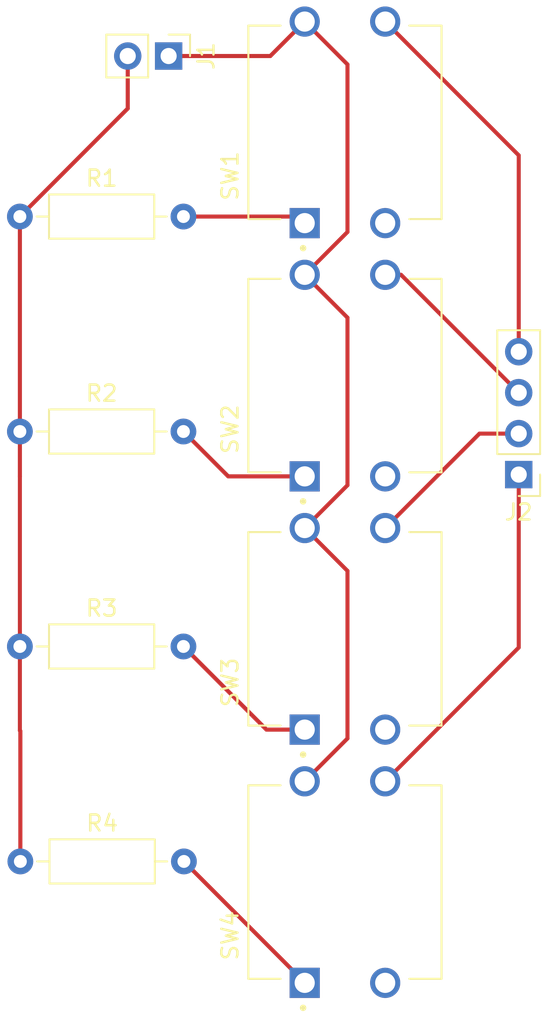
<source format=kicad_pcb>
(kicad_pcb (version 20171130) (host pcbnew "(5.1.9)-1")

  (general
    (thickness 1.6002)
    (drawings 5)
    (tracks 36)
    (zones 0)
    (modules 14)
    (nets 11)
  )

  (page A4)
  (layers
    (0 Front signal)
    (31 Back signal hide)
    (34 B.Paste user hide)
    (35 F.Paste user hide)
    (36 B.SilkS user hide)
    (37 F.SilkS user)
    (38 B.Mask user hide)
    (39 F.Mask user)
    (44 Edge.Cuts user hide)
    (45 Margin user hide)
    (46 B.CrtYd user hide)
    (47 F.CrtYd user hide)
    (49 F.Fab user hide)
  )

  (setup
    (last_trace_width 0.254)
    (user_trace_width 0.254)
    (user_trace_width 0.508)
    (user_trace_width 0.762)
    (trace_clearance 0.1524)
    (zone_clearance 0.508)
    (zone_45_only no)
    (trace_min 0.1524)
    (via_size 0.6858)
    (via_drill 0.3302)
    (via_min_size 0.508)
    (via_min_drill 0.254)
    (user_via 0.6858 0.3302)
    (user_via 0.889 0.381)
    (uvia_size 0.6858)
    (uvia_drill 0.3302)
    (uvias_allowed no)
    (uvia_min_size 0.2)
    (uvia_min_drill 0.1)
    (edge_width 0.0381)
    (segment_width 0.254)
    (pcb_text_width 0.3048)
    (pcb_text_size 1.524 1.524)
    (mod_edge_width 0.127)
    (mod_text_size 0.762 0.762)
    (mod_text_width 0.127)
    (pad_size 1.524 1.524)
    (pad_drill 0.762)
    (pad_to_mask_clearance 0)
    (solder_mask_min_width 0.1016)
    (aux_axis_origin 0 0)
    (visible_elements 7FFFFFFF)
    (pcbplotparams
      (layerselection 0x010fc_ffffffff)
      (usegerberextensions false)
      (usegerberattributes true)
      (usegerberadvancedattributes true)
      (creategerberjobfile true)
      (excludeedgelayer true)
      (linewidth 0.100000)
      (plotframeref false)
      (viasonmask false)
      (mode 1)
      (useauxorigin false)
      (hpglpennumber 1)
      (hpglpenspeed 20)
      (hpglpendiameter 15.000000)
      (psnegative false)
      (psa4output false)
      (plotreference true)
      (plotvalue true)
      (plotinvisibletext false)
      (padsonsilk false)
      (subtractmaskfromsilk false)
      (outputformat 1)
      (mirror false)
      (drillshape 1)
      (scaleselection 1)
      (outputdirectory ""))
  )

  (net 0 "")
  (net 1 "Net-(R1-Pad2)")
  (net 2 GND)
  (net 3 "Net-(R2-Pad2)")
  (net 4 "Net-(R3-Pad2)")
  (net 5 "Net-(R4-Pad2)")
  (net 6 +3V3)
  (net 7 "Net-(J2-Pad4)")
  (net 8 "Net-(J2-Pad3)")
  (net 9 "Net-(J2-Pad2)")
  (net 10 "Net-(J2-Pad1)")

  (net_class Default "This is the default net class."
    (clearance 0.1524)
    (trace_width 0.254)
    (via_dia 0.6858)
    (via_drill 0.3302)
    (uvia_dia 0.6858)
    (uvia_drill 0.3302)
    (diff_pair_width 0.1524)
    (diff_pair_gap 0.254)
    (add_net +3V3)
    (add_net GND)
    (add_net "Net-(J2-Pad1)")
    (add_net "Net-(J2-Pad2)")
    (add_net "Net-(J2-Pad3)")
    (add_net "Net-(J2-Pad4)")
    (add_net "Net-(R1-Pad2)")
    (add_net "Net-(R2-Pad2)")
    (add_net "Net-(R3-Pad2)")
    (add_net "Net-(R4-Pad2)")
  )

  (module MountingHole:MountingHole_2.2mm_M2 (layer Front) (tedit 56D1B4CB) (tstamp 62F9C7B4)
    (at 255.27 57.15)
    (descr "Mounting Hole 2.2mm, no annular, M2")
    (tags "mounting hole 2.2mm no annular m2")
    (attr virtual)
    (fp_text reference REF** (at 0 -3.2) (layer F.SilkS) hide
      (effects (font (size 1 1) (thickness 0.15)))
    )
    (fp_text value MountingHole_2.2mm_M2 (at 0 3.2) (layer F.Fab)
      (effects (font (size 1 1) (thickness 0.15)))
    )
    (fp_circle (center 0 0) (end 2.45 0) (layer F.CrtYd) (width 0.05))
    (fp_circle (center 0 0) (end 2.2 0) (layer Cmts.User) (width 0.15))
    (fp_text user %R (at 0.3 0) (layer F.Fab)
      (effects (font (size 1 1) (thickness 0.15)))
    )
    (pad 1 np_thru_hole circle (at 0 0) (size 2.2 2.2) (drill 2.2) (layers *.Cu *.Mask))
  )

  (module MountingHole:MountingHole_2.2mm_M2 (layer Front) (tedit 56D1B4CB) (tstamp 62F9C7A6)
    (at 255.27 115.57)
    (descr "Mounting Hole 2.2mm, no annular, M2")
    (tags "mounting hole 2.2mm no annular m2")
    (attr virtual)
    (fp_text reference REF** (at 0 -3.2) (layer F.SilkS) hide
      (effects (font (size 1 1) (thickness 0.15)))
    )
    (fp_text value MountingHole_2.2mm_M2 (at 0 3.2) (layer F.Fab)
      (effects (font (size 1 1) (thickness 0.15)))
    )
    (fp_circle (center 0 0) (end 2.2 0) (layer Cmts.User) (width 0.15))
    (fp_circle (center 0 0) (end 2.45 0) (layer F.CrtYd) (width 0.05))
    (fp_text user %R (at 0.3 0) (layer F.Fab)
      (effects (font (size 1 1) (thickness 0.15)))
    )
    (pad 1 np_thru_hole circle (at 0 0) (size 2.2 2.2) (drill 2.2) (layers *.Cu *.Mask))
  )

  (module MountingHole:MountingHole_2.2mm_M2 (layer Front) (tedit 56D1B4CB) (tstamp 62F9C798)
    (at 226 115.57)
    (descr "Mounting Hole 2.2mm, no annular, M2")
    (tags "mounting hole 2.2mm no annular m2")
    (attr virtual)
    (fp_text reference REF** (at 0 -3.2) (layer F.SilkS) hide
      (effects (font (size 1 1) (thickness 0.15)))
    )
    (fp_text value MountingHole_2.2mm_M2 (at 0 3.2) (layer F.Fab)
      (effects (font (size 1 1) (thickness 0.15)))
    )
    (fp_circle (center 0 0) (end 2.45 0) (layer F.CrtYd) (width 0.05))
    (fp_circle (center 0 0) (end 2.2 0) (layer Cmts.User) (width 0.15))
    (fp_text user %R (at 0.3 0) (layer F.Fab)
      (effects (font (size 1 1) (thickness 0.15)))
    )
    (pad 1 np_thru_hole circle (at 0 0) (size 2.2 2.2) (drill 2.2) (layers *.Cu *.Mask))
  )

  (module b3f-4050:SW_B3F-4050 (layer Front) (tedit 62F9640C) (tstamp 62FA72C5)
    (at 244.953 109.23 90)
    (path /62F99F4F)
    (fp_text reference SW4 (at -3.325 -7.135 90) (layer F.SilkS)
      (effects (font (size 1 1) (thickness 0.15)))
    )
    (fp_text value SW_MEC_5E (at 0.485 7.135 90) (layer F.Fab)
      (effects (font (size 1 1) (thickness 0.15)))
    )
    (fp_circle (center -7.8 -2.6) (end -7.7 -2.6) (layer F.Fab) (width 0.2))
    (fp_circle (center -7.8 -2.6) (end -7.7 -2.6) (layer F.SilkS) (width 0.2))
    (fp_line (start 7.45 -6.25) (end -7.45 -6.25) (layer F.CrtYd) (width 0.05))
    (fp_line (start 7.45 6.25) (end 7.45 -6.25) (layer F.CrtYd) (width 0.05))
    (fp_line (start -7.45 6.25) (end 7.45 6.25) (layer F.CrtYd) (width 0.05))
    (fp_line (start -7.45 -6.25) (end -7.45 6.25) (layer F.CrtYd) (width 0.05))
    (fp_line (start 6 6) (end 6 4) (layer F.SilkS) (width 0.127))
    (fp_line (start -6 6) (end 6 6) (layer F.SilkS) (width 0.127))
    (fp_line (start -6 4) (end -6 6) (layer F.SilkS) (width 0.127))
    (fp_line (start 6 -6) (end 6 -4) (layer F.SilkS) (width 0.127))
    (fp_line (start -6 -6) (end 6 -6) (layer F.SilkS) (width 0.127))
    (fp_line (start -6 -4) (end -6 -6) (layer F.SilkS) (width 0.127))
    (fp_line (start 6 -6) (end -6 -6) (layer F.Fab) (width 0.127))
    (fp_line (start 6 6) (end 6 -6) (layer F.Fab) (width 0.127))
    (fp_line (start -6 6) (end 6 6) (layer F.Fab) (width 0.127))
    (fp_line (start -6 -6) (end -6 6) (layer F.Fab) (width 0.127))
    (pad None np_thru_hole circle (at 0 4.5 90) (size 1.85 1.85) (drill 1.85) (layers *.Cu *.Mask))
    (pad None np_thru_hole circle (at 0 -4.5 90) (size 1.85 1.85) (drill 1.85) (layers *.Cu *.Mask))
    (pad 4 thru_hole circle (at 6.25 2.5 90) (size 1.875 1.875) (drill 1.25) (layers *.Cu *.Mask)
      (net 10 "Net-(J2-Pad1)"))
    (pad 2 thru_hole circle (at 6.25 -2.5 90) (size 1.875 1.875) (drill 1.25) (layers *.Cu *.Mask)
      (net 6 +3V3))
    (pad 3 thru_hole circle (at -6.25 2.5 90) (size 1.875 1.875) (drill 1.25) (layers *.Cu *.Mask))
    (pad 1 thru_hole rect (at -6.25 -2.5 90) (size 1.875 1.875) (drill 1.25) (layers *.Cu *.Mask)
      (net 5 "Net-(R4-Pad2)"))
  )

  (module b3f-4050:SW_B3F-4050 (layer Front) (tedit 62F9640C) (tstamp 62FA7297)
    (at 244.953 93.524332 90)
    (path /62F98F8E)
    (fp_text reference SW3 (at -3.325 -7.135 90) (layer F.SilkS)
      (effects (font (size 1 1) (thickness 0.15)))
    )
    (fp_text value SW_MEC_5E (at 0.485 7.135 90) (layer F.Fab)
      (effects (font (size 1 1) (thickness 0.15)))
    )
    (fp_circle (center -7.8 -2.6) (end -7.7 -2.6) (layer F.Fab) (width 0.2))
    (fp_circle (center -7.8 -2.6) (end -7.7 -2.6) (layer F.SilkS) (width 0.2))
    (fp_line (start 7.45 -6.25) (end -7.45 -6.25) (layer F.CrtYd) (width 0.05))
    (fp_line (start 7.45 6.25) (end 7.45 -6.25) (layer F.CrtYd) (width 0.05))
    (fp_line (start -7.45 6.25) (end 7.45 6.25) (layer F.CrtYd) (width 0.05))
    (fp_line (start -7.45 -6.25) (end -7.45 6.25) (layer F.CrtYd) (width 0.05))
    (fp_line (start 6 6) (end 6 4) (layer F.SilkS) (width 0.127))
    (fp_line (start -6 6) (end 6 6) (layer F.SilkS) (width 0.127))
    (fp_line (start -6 4) (end -6 6) (layer F.SilkS) (width 0.127))
    (fp_line (start 6 -6) (end 6 -4) (layer F.SilkS) (width 0.127))
    (fp_line (start -6 -6) (end 6 -6) (layer F.SilkS) (width 0.127))
    (fp_line (start -6 -4) (end -6 -6) (layer F.SilkS) (width 0.127))
    (fp_line (start 6 -6) (end -6 -6) (layer F.Fab) (width 0.127))
    (fp_line (start 6 6) (end 6 -6) (layer F.Fab) (width 0.127))
    (fp_line (start -6 6) (end 6 6) (layer F.Fab) (width 0.127))
    (fp_line (start -6 -6) (end -6 6) (layer F.Fab) (width 0.127))
    (pad None np_thru_hole circle (at 0 4.5 90) (size 1.85 1.85) (drill 1.85) (layers *.Cu *.Mask))
    (pad None np_thru_hole circle (at 0 -4.5 90) (size 1.85 1.85) (drill 1.85) (layers *.Cu *.Mask))
    (pad 4 thru_hole circle (at 6.25 2.5 90) (size 1.875 1.875) (drill 1.25) (layers *.Cu *.Mask)
      (net 9 "Net-(J2-Pad2)"))
    (pad 2 thru_hole circle (at 6.25 -2.5 90) (size 1.875 1.875) (drill 1.25) (layers *.Cu *.Mask)
      (net 6 +3V3))
    (pad 3 thru_hole circle (at -6.25 2.5 90) (size 1.875 1.875) (drill 1.25) (layers *.Cu *.Mask))
    (pad 1 thru_hole rect (at -6.25 -2.5 90) (size 1.875 1.875) (drill 1.25) (layers *.Cu *.Mask)
      (net 4 "Net-(R3-Pad2)"))
  )

  (module b3f-4050:SW_B3F-4050 (layer Front) (tedit 62F9640C) (tstamp 62FA7269)
    (at 244.953 77.818666 90)
    (path /62F97BFE)
    (fp_text reference SW2 (at -3.325 -7.135 90) (layer F.SilkS)
      (effects (font (size 1 1) (thickness 0.15)))
    )
    (fp_text value SW_MEC_5E (at 0.485 7.135 90) (layer F.Fab)
      (effects (font (size 1 1) (thickness 0.15)))
    )
    (fp_circle (center -7.8 -2.6) (end -7.7 -2.6) (layer F.Fab) (width 0.2))
    (fp_circle (center -7.8 -2.6) (end -7.7 -2.6) (layer F.SilkS) (width 0.2))
    (fp_line (start 7.45 -6.25) (end -7.45 -6.25) (layer F.CrtYd) (width 0.05))
    (fp_line (start 7.45 6.25) (end 7.45 -6.25) (layer F.CrtYd) (width 0.05))
    (fp_line (start -7.45 6.25) (end 7.45 6.25) (layer F.CrtYd) (width 0.05))
    (fp_line (start -7.45 -6.25) (end -7.45 6.25) (layer F.CrtYd) (width 0.05))
    (fp_line (start 6 6) (end 6 4) (layer F.SilkS) (width 0.127))
    (fp_line (start -6 6) (end 6 6) (layer F.SilkS) (width 0.127))
    (fp_line (start -6 4) (end -6 6) (layer F.SilkS) (width 0.127))
    (fp_line (start 6 -6) (end 6 -4) (layer F.SilkS) (width 0.127))
    (fp_line (start -6 -6) (end 6 -6) (layer F.SilkS) (width 0.127))
    (fp_line (start -6 -4) (end -6 -6) (layer F.SilkS) (width 0.127))
    (fp_line (start 6 -6) (end -6 -6) (layer F.Fab) (width 0.127))
    (fp_line (start 6 6) (end 6 -6) (layer F.Fab) (width 0.127))
    (fp_line (start -6 6) (end 6 6) (layer F.Fab) (width 0.127))
    (fp_line (start -6 -6) (end -6 6) (layer F.Fab) (width 0.127))
    (pad None np_thru_hole circle (at 0 4.5 90) (size 1.85 1.85) (drill 1.85) (layers *.Cu *.Mask))
    (pad None np_thru_hole circle (at 0 -4.5 90) (size 1.85 1.85) (drill 1.85) (layers *.Cu *.Mask))
    (pad 4 thru_hole circle (at 6.25 2.5 90) (size 1.875 1.875) (drill 1.25) (layers *.Cu *.Mask)
      (net 8 "Net-(J2-Pad3)"))
    (pad 2 thru_hole circle (at 6.25 -2.5 90) (size 1.875 1.875) (drill 1.25) (layers *.Cu *.Mask)
      (net 6 +3V3))
    (pad 3 thru_hole circle (at -6.25 2.5 90) (size 1.875 1.875) (drill 1.25) (layers *.Cu *.Mask))
    (pad 1 thru_hole rect (at -6.25 -2.5 90) (size 1.875 1.875) (drill 1.25) (layers *.Cu *.Mask)
      (net 3 "Net-(R2-Pad2)"))
  )

  (module b3f-4050:SW_B3F-4050 (layer Front) (tedit 62F9640C) (tstamp 62FA723B)
    (at 244.953 62.113 90)
    (path /62F9716A)
    (fp_text reference SW1 (at -3.325 -7.135 90) (layer F.SilkS)
      (effects (font (size 1 1) (thickness 0.15)))
    )
    (fp_text value SW_MEC_5E (at 0.485 7.135 90) (layer F.Fab)
      (effects (font (size 1 1) (thickness 0.15)))
    )
    (fp_circle (center -7.8 -2.6) (end -7.7 -2.6) (layer F.Fab) (width 0.2))
    (fp_circle (center -7.8 -2.6) (end -7.7 -2.6) (layer F.SilkS) (width 0.2))
    (fp_line (start 7.45 -6.25) (end -7.45 -6.25) (layer F.CrtYd) (width 0.05))
    (fp_line (start 7.45 6.25) (end 7.45 -6.25) (layer F.CrtYd) (width 0.05))
    (fp_line (start -7.45 6.25) (end 7.45 6.25) (layer F.CrtYd) (width 0.05))
    (fp_line (start -7.45 -6.25) (end -7.45 6.25) (layer F.CrtYd) (width 0.05))
    (fp_line (start 6 6) (end 6 4) (layer F.SilkS) (width 0.127))
    (fp_line (start -6 6) (end 6 6) (layer F.SilkS) (width 0.127))
    (fp_line (start -6 4) (end -6 6) (layer F.SilkS) (width 0.127))
    (fp_line (start 6 -6) (end 6 -4) (layer F.SilkS) (width 0.127))
    (fp_line (start -6 -6) (end 6 -6) (layer F.SilkS) (width 0.127))
    (fp_line (start -6 -4) (end -6 -6) (layer F.SilkS) (width 0.127))
    (fp_line (start 6 -6) (end -6 -6) (layer F.Fab) (width 0.127))
    (fp_line (start 6 6) (end 6 -6) (layer F.Fab) (width 0.127))
    (fp_line (start -6 6) (end 6 6) (layer F.Fab) (width 0.127))
    (fp_line (start -6 -6) (end -6 6) (layer F.Fab) (width 0.127))
    (pad None np_thru_hole circle (at 0 4.5 90) (size 1.85 1.85) (drill 1.85) (layers *.Cu *.Mask))
    (pad None np_thru_hole circle (at 0 -4.5 90) (size 1.85 1.85) (drill 1.85) (layers *.Cu *.Mask))
    (pad 4 thru_hole circle (at 6.25 2.5 90) (size 1.875 1.875) (drill 1.25) (layers *.Cu *.Mask)
      (net 7 "Net-(J2-Pad4)"))
    (pad 2 thru_hole circle (at 6.25 -2.5 90) (size 1.875 1.875) (drill 1.25) (layers *.Cu *.Mask)
      (net 6 +3V3))
    (pad 3 thru_hole circle (at -6.25 2.5 90) (size 1.875 1.875) (drill 1.25) (layers *.Cu *.Mask))
    (pad 1 thru_hole rect (at -6.25 -2.5 90) (size 1.875 1.875) (drill 1.25) (layers *.Cu *.Mask)
      (net 1 "Net-(R1-Pad2)"))
  )

  (module Connector_PinHeader_2.54mm:PinHeader_1x04_P2.54mm_Vertical (layer Front) (tedit 59FED5CC) (tstamp 62FB47CC)
    (at 255.748 83.957 180)
    (descr "Through hole straight pin header, 1x04, 2.54mm pitch, single row")
    (tags "Through hole pin header THT 1x04 2.54mm single row")
    (path /6302804E)
    (fp_text reference J2 (at 0 -2.33) (layer F.SilkS)
      (effects (font (size 1 1) (thickness 0.15)))
    )
    (fp_text value Conn_01x04 (at 0 9.95) (layer F.Fab)
      (effects (font (size 1 1) (thickness 0.15)))
    )
    (fp_line (start 1.8 -1.8) (end -1.8 -1.8) (layer F.CrtYd) (width 0.05))
    (fp_line (start 1.8 9.4) (end 1.8 -1.8) (layer F.CrtYd) (width 0.05))
    (fp_line (start -1.8 9.4) (end 1.8 9.4) (layer F.CrtYd) (width 0.05))
    (fp_line (start -1.8 -1.8) (end -1.8 9.4) (layer F.CrtYd) (width 0.05))
    (fp_line (start -1.33 -1.33) (end 0 -1.33) (layer F.SilkS) (width 0.12))
    (fp_line (start -1.33 0) (end -1.33 -1.33) (layer F.SilkS) (width 0.12))
    (fp_line (start -1.33 1.27) (end 1.33 1.27) (layer F.SilkS) (width 0.12))
    (fp_line (start 1.33 1.27) (end 1.33 8.95) (layer F.SilkS) (width 0.12))
    (fp_line (start -1.33 1.27) (end -1.33 8.95) (layer F.SilkS) (width 0.12))
    (fp_line (start -1.33 8.95) (end 1.33 8.95) (layer F.SilkS) (width 0.12))
    (fp_line (start -1.27 -0.635) (end -0.635 -1.27) (layer F.Fab) (width 0.1))
    (fp_line (start -1.27 8.89) (end -1.27 -0.635) (layer F.Fab) (width 0.1))
    (fp_line (start 1.27 8.89) (end -1.27 8.89) (layer F.Fab) (width 0.1))
    (fp_line (start 1.27 -1.27) (end 1.27 8.89) (layer F.Fab) (width 0.1))
    (fp_line (start -0.635 -1.27) (end 1.27 -1.27) (layer F.Fab) (width 0.1))
    (fp_text user %R (at 0 3.81 90) (layer F.Fab)
      (effects (font (size 1 1) (thickness 0.15)))
    )
    (pad 4 thru_hole oval (at 0 7.62 180) (size 1.7 1.7) (drill 1) (layers *.Cu *.Mask)
      (net 7 "Net-(J2-Pad4)"))
    (pad 3 thru_hole oval (at 0 5.08 180) (size 1.7 1.7) (drill 1) (layers *.Cu *.Mask)
      (net 8 "Net-(J2-Pad3)"))
    (pad 2 thru_hole oval (at 0 2.54 180) (size 1.7 1.7) (drill 1) (layers *.Cu *.Mask)
      (net 9 "Net-(J2-Pad2)"))
    (pad 1 thru_hole rect (at 0 0 180) (size 1.7 1.7) (drill 1) (layers *.Cu *.Mask)
      (net 10 "Net-(J2-Pad1)"))
    (model ${KISYS3DMOD}/Connector_PinHeader_2.54mm.3dshapes/PinHeader_1x04_P2.54mm_Vertical.wrl
      (at (xyz 0 0 0))
      (scale (xyz 1 1 1))
      (rotate (xyz 0 0 0))
    )
  )

  (module Connector_PinHeader_2.54mm:PinHeader_1x02_P2.54mm_Vertical (layer Front) (tedit 59FED5CC) (tstamp 62FB477F)
    (at 234 58 270)
    (descr "Through hole straight pin header, 1x02, 2.54mm pitch, single row")
    (tags "Through hole pin header THT 1x02 2.54mm single row")
    (path /63026493)
    (fp_text reference J1 (at 0 -2.33 90) (layer F.SilkS)
      (effects (font (size 1 1) (thickness 0.15)))
    )
    (fp_text value Conn_01x02_Male (at 0 4.87 90) (layer F.Fab)
      (effects (font (size 1 1) (thickness 0.15)))
    )
    (fp_line (start 1.8 -1.8) (end -1.8 -1.8) (layer F.CrtYd) (width 0.05))
    (fp_line (start 1.8 4.35) (end 1.8 -1.8) (layer F.CrtYd) (width 0.05))
    (fp_line (start -1.8 4.35) (end 1.8 4.35) (layer F.CrtYd) (width 0.05))
    (fp_line (start -1.8 -1.8) (end -1.8 4.35) (layer F.CrtYd) (width 0.05))
    (fp_line (start -1.33 -1.33) (end 0 -1.33) (layer F.SilkS) (width 0.12))
    (fp_line (start -1.33 0) (end -1.33 -1.33) (layer F.SilkS) (width 0.12))
    (fp_line (start -1.33 1.27) (end 1.33 1.27) (layer F.SilkS) (width 0.12))
    (fp_line (start 1.33 1.27) (end 1.33 3.87) (layer F.SilkS) (width 0.12))
    (fp_line (start -1.33 1.27) (end -1.33 3.87) (layer F.SilkS) (width 0.12))
    (fp_line (start -1.33 3.87) (end 1.33 3.87) (layer F.SilkS) (width 0.12))
    (fp_line (start -1.27 -0.635) (end -0.635 -1.27) (layer F.Fab) (width 0.1))
    (fp_line (start -1.27 3.81) (end -1.27 -0.635) (layer F.Fab) (width 0.1))
    (fp_line (start 1.27 3.81) (end -1.27 3.81) (layer F.Fab) (width 0.1))
    (fp_line (start 1.27 -1.27) (end 1.27 3.81) (layer F.Fab) (width 0.1))
    (fp_line (start -0.635 -1.27) (end 1.27 -1.27) (layer F.Fab) (width 0.1))
    (fp_text user %R (at 0 1.27) (layer F.Fab)
      (effects (font (size 1 1) (thickness 0.15)))
    )
    (pad 2 thru_hole oval (at 0 2.54 270) (size 1.7 1.7) (drill 1) (layers *.Cu *.Mask)
      (net 2 GND))
    (pad 1 thru_hole rect (at 0 0 270) (size 1.7 1.7) (drill 1) (layers *.Cu *.Mask)
      (net 6 +3V3))
    (model ${KISYS3DMOD}/Connector_PinHeader_2.54mm.3dshapes/PinHeader_1x02_P2.54mm_Vertical.wrl
      (at (xyz 0 0 0))
      (scale (xyz 1 1 1))
      (rotate (xyz 0 0 0))
    )
  )

  (module Resistor_THT:R_Axial_DIN0207_L6.3mm_D2.5mm_P10.16mm_Horizontal (layer Front) (tedit 5AE5139B) (tstamp 62FB448F)
    (at 224.79 107.95)
    (descr "Resistor, Axial_DIN0207 series, Axial, Horizontal, pin pitch=10.16mm, 0.25W = 1/4W, length*diameter=6.3*2.5mm^2, http://cdn-reichelt.de/documents/datenblatt/B400/1_4W%23YAG.pdf")
    (tags "Resistor Axial_DIN0207 series Axial Horizontal pin pitch 10.16mm 0.25W = 1/4W length 6.3mm diameter 2.5mm")
    (path /62FB5AE2)
    (fp_text reference R4 (at 5.08 -2.37) (layer F.SilkS)
      (effects (font (size 1 1) (thickness 0.15)))
    )
    (fp_text value 1000 (at 5.08 2.37) (layer F.Fab)
      (effects (font (size 1 1) (thickness 0.15)))
    )
    (fp_line (start 1.93 -1.25) (end 1.93 1.25) (layer F.Fab) (width 0.1))
    (fp_line (start 1.93 1.25) (end 8.23 1.25) (layer F.Fab) (width 0.1))
    (fp_line (start 8.23 1.25) (end 8.23 -1.25) (layer F.Fab) (width 0.1))
    (fp_line (start 8.23 -1.25) (end 1.93 -1.25) (layer F.Fab) (width 0.1))
    (fp_line (start 0 0) (end 1.93 0) (layer F.Fab) (width 0.1))
    (fp_line (start 10.16 0) (end 8.23 0) (layer F.Fab) (width 0.1))
    (fp_line (start 1.81 -1.37) (end 1.81 1.37) (layer F.SilkS) (width 0.12))
    (fp_line (start 1.81 1.37) (end 8.35 1.37) (layer F.SilkS) (width 0.12))
    (fp_line (start 8.35 1.37) (end 8.35 -1.37) (layer F.SilkS) (width 0.12))
    (fp_line (start 8.35 -1.37) (end 1.81 -1.37) (layer F.SilkS) (width 0.12))
    (fp_line (start 1.04 0) (end 1.81 0) (layer F.SilkS) (width 0.12))
    (fp_line (start 9.12 0) (end 8.35 0) (layer F.SilkS) (width 0.12))
    (fp_line (start -1.05 -1.5) (end -1.05 1.5) (layer F.CrtYd) (width 0.05))
    (fp_line (start -1.05 1.5) (end 11.21 1.5) (layer F.CrtYd) (width 0.05))
    (fp_line (start 11.21 1.5) (end 11.21 -1.5) (layer F.CrtYd) (width 0.05))
    (fp_line (start 11.21 -1.5) (end -1.05 -1.5) (layer F.CrtYd) (width 0.05))
    (fp_text user %R (at 5.08 0) (layer F.Fab)
      (effects (font (size 1 1) (thickness 0.15)))
    )
    (pad 2 thru_hole oval (at 10.16 0) (size 1.6 1.6) (drill 0.8) (layers *.Cu *.Mask)
      (net 5 "Net-(R4-Pad2)"))
    (pad 1 thru_hole circle (at 0 0) (size 1.6 1.6) (drill 0.8) (layers *.Cu *.Mask)
      (net 2 GND))
    (model ${KISYS3DMOD}/Resistor_THT.3dshapes/R_Axial_DIN0207_L6.3mm_D2.5mm_P10.16mm_Horizontal.wrl
      (at (xyz 0 0 0))
      (scale (xyz 1 1 1))
      (rotate (xyz 0 0 0))
    )
  )

  (module Resistor_THT:R_Axial_DIN0207_L6.3mm_D2.5mm_P10.16mm_Horizontal (layer Front) (tedit 5AE5139B) (tstamp 62FB440B)
    (at 224.76 94.618332)
    (descr "Resistor, Axial_DIN0207 series, Axial, Horizontal, pin pitch=10.16mm, 0.25W = 1/4W, length*diameter=6.3*2.5mm^2, http://cdn-reichelt.de/documents/datenblatt/B400/1_4W%23YAG.pdf")
    (tags "Resistor Axial_DIN0207 series Axial Horizontal pin pitch 10.16mm 0.25W = 1/4W length 6.3mm diameter 2.5mm")
    (path /62FB5137)
    (fp_text reference R3 (at 5.08 -2.37) (layer F.SilkS)
      (effects (font (size 1 1) (thickness 0.15)))
    )
    (fp_text value 1000 (at 5.08 2.37) (layer F.Fab)
      (effects (font (size 1 1) (thickness 0.15)))
    )
    (fp_line (start 1.93 -1.25) (end 1.93 1.25) (layer F.Fab) (width 0.1))
    (fp_line (start 1.93 1.25) (end 8.23 1.25) (layer F.Fab) (width 0.1))
    (fp_line (start 8.23 1.25) (end 8.23 -1.25) (layer F.Fab) (width 0.1))
    (fp_line (start 8.23 -1.25) (end 1.93 -1.25) (layer F.Fab) (width 0.1))
    (fp_line (start 0 0) (end 1.93 0) (layer F.Fab) (width 0.1))
    (fp_line (start 10.16 0) (end 8.23 0) (layer F.Fab) (width 0.1))
    (fp_line (start 1.81 -1.37) (end 1.81 1.37) (layer F.SilkS) (width 0.12))
    (fp_line (start 1.81 1.37) (end 8.35 1.37) (layer F.SilkS) (width 0.12))
    (fp_line (start 8.35 1.37) (end 8.35 -1.37) (layer F.SilkS) (width 0.12))
    (fp_line (start 8.35 -1.37) (end 1.81 -1.37) (layer F.SilkS) (width 0.12))
    (fp_line (start 1.04 0) (end 1.81 0) (layer F.SilkS) (width 0.12))
    (fp_line (start 9.12 0) (end 8.35 0) (layer F.SilkS) (width 0.12))
    (fp_line (start -1.05 -1.5) (end -1.05 1.5) (layer F.CrtYd) (width 0.05))
    (fp_line (start -1.05 1.5) (end 11.21 1.5) (layer F.CrtYd) (width 0.05))
    (fp_line (start 11.21 1.5) (end 11.21 -1.5) (layer F.CrtYd) (width 0.05))
    (fp_line (start 11.21 -1.5) (end -1.05 -1.5) (layer F.CrtYd) (width 0.05))
    (fp_text user %R (at 5.08 0) (layer F.Fab)
      (effects (font (size 1 1) (thickness 0.15)))
    )
    (pad 2 thru_hole oval (at 10.16 0) (size 1.6 1.6) (drill 0.8) (layers *.Cu *.Mask)
      (net 4 "Net-(R3-Pad2)"))
    (pad 1 thru_hole circle (at 0 0) (size 1.6 1.6) (drill 0.8) (layers *.Cu *.Mask)
      (net 2 GND))
    (model ${KISYS3DMOD}/Resistor_THT.3dshapes/R_Axial_DIN0207_L6.3mm_D2.5mm_P10.16mm_Horizontal.wrl
      (at (xyz 0 0 0))
      (scale (xyz 1 1 1))
      (rotate (xyz 0 0 0))
    )
  )

  (module Resistor_THT:R_Axial_DIN0207_L6.3mm_D2.5mm_P10.16mm_Horizontal (layer Front) (tedit 5AE5139B) (tstamp 62FB44D1)
    (at 224.76 81.286666)
    (descr "Resistor, Axial_DIN0207 series, Axial, Horizontal, pin pitch=10.16mm, 0.25W = 1/4W, length*diameter=6.3*2.5mm^2, http://cdn-reichelt.de/documents/datenblatt/B400/1_4W%23YAG.pdf")
    (tags "Resistor Axial_DIN0207 series Axial Horizontal pin pitch 10.16mm 0.25W = 1/4W length 6.3mm diameter 2.5mm")
    (path /62FB4073)
    (fp_text reference R2 (at 5.08 -2.37) (layer F.SilkS)
      (effects (font (size 1 1) (thickness 0.15)))
    )
    (fp_text value 1000 (at 5.08 2.37) (layer F.Fab)
      (effects (font (size 1 1) (thickness 0.15)))
    )
    (fp_line (start 1.93 -1.25) (end 1.93 1.25) (layer F.Fab) (width 0.1))
    (fp_line (start 1.93 1.25) (end 8.23 1.25) (layer F.Fab) (width 0.1))
    (fp_line (start 8.23 1.25) (end 8.23 -1.25) (layer F.Fab) (width 0.1))
    (fp_line (start 8.23 -1.25) (end 1.93 -1.25) (layer F.Fab) (width 0.1))
    (fp_line (start 0 0) (end 1.93 0) (layer F.Fab) (width 0.1))
    (fp_line (start 10.16 0) (end 8.23 0) (layer F.Fab) (width 0.1))
    (fp_line (start 1.81 -1.37) (end 1.81 1.37) (layer F.SilkS) (width 0.12))
    (fp_line (start 1.81 1.37) (end 8.35 1.37) (layer F.SilkS) (width 0.12))
    (fp_line (start 8.35 1.37) (end 8.35 -1.37) (layer F.SilkS) (width 0.12))
    (fp_line (start 8.35 -1.37) (end 1.81 -1.37) (layer F.SilkS) (width 0.12))
    (fp_line (start 1.04 0) (end 1.81 0) (layer F.SilkS) (width 0.12))
    (fp_line (start 9.12 0) (end 8.35 0) (layer F.SilkS) (width 0.12))
    (fp_line (start -1.05 -1.5) (end -1.05 1.5) (layer F.CrtYd) (width 0.05))
    (fp_line (start -1.05 1.5) (end 11.21 1.5) (layer F.CrtYd) (width 0.05))
    (fp_line (start 11.21 1.5) (end 11.21 -1.5) (layer F.CrtYd) (width 0.05))
    (fp_line (start 11.21 -1.5) (end -1.05 -1.5) (layer F.CrtYd) (width 0.05))
    (fp_text user %R (at 5.08 0) (layer F.Fab)
      (effects (font (size 1 1) (thickness 0.15)))
    )
    (pad 2 thru_hole oval (at 10.16 0) (size 1.6 1.6) (drill 0.8) (layers *.Cu *.Mask)
      (net 3 "Net-(R2-Pad2)"))
    (pad 1 thru_hole circle (at 0 0) (size 1.6 1.6) (drill 0.8) (layers *.Cu *.Mask)
      (net 2 GND))
    (model ${KISYS3DMOD}/Resistor_THT.3dshapes/R_Axial_DIN0207_L6.3mm_D2.5mm_P10.16mm_Horizontal.wrl
      (at (xyz 0 0 0))
      (scale (xyz 1 1 1))
      (rotate (xyz 0 0 0))
    )
  )

  (module Resistor_THT:R_Axial_DIN0207_L6.3mm_D2.5mm_P10.16mm_Horizontal (layer Front) (tedit 5AE5139B) (tstamp 62FB444D)
    (at 224.76 67.955)
    (descr "Resistor, Axial_DIN0207 series, Axial, Horizontal, pin pitch=10.16mm, 0.25W = 1/4W, length*diameter=6.3*2.5mm^2, http://cdn-reichelt.de/documents/datenblatt/B400/1_4W%23YAG.pdf")
    (tags "Resistor Axial_DIN0207 series Axial Horizontal pin pitch 10.16mm 0.25W = 1/4W length 6.3mm diameter 2.5mm")
    (path /62FB3173)
    (fp_text reference R1 (at 5.08 -2.37) (layer F.SilkS)
      (effects (font (size 1 1) (thickness 0.15)))
    )
    (fp_text value 1000 (at 5.08 2.37) (layer F.Fab)
      (effects (font (size 1 1) (thickness 0.15)))
    )
    (fp_line (start 1.93 -1.25) (end 1.93 1.25) (layer F.Fab) (width 0.1))
    (fp_line (start 1.93 1.25) (end 8.23 1.25) (layer F.Fab) (width 0.1))
    (fp_line (start 8.23 1.25) (end 8.23 -1.25) (layer F.Fab) (width 0.1))
    (fp_line (start 8.23 -1.25) (end 1.93 -1.25) (layer F.Fab) (width 0.1))
    (fp_line (start 0 0) (end 1.93 0) (layer F.Fab) (width 0.1))
    (fp_line (start 10.16 0) (end 8.23 0) (layer F.Fab) (width 0.1))
    (fp_line (start 1.81 -1.37) (end 1.81 1.37) (layer F.SilkS) (width 0.12))
    (fp_line (start 1.81 1.37) (end 8.35 1.37) (layer F.SilkS) (width 0.12))
    (fp_line (start 8.35 1.37) (end 8.35 -1.37) (layer F.SilkS) (width 0.12))
    (fp_line (start 8.35 -1.37) (end 1.81 -1.37) (layer F.SilkS) (width 0.12))
    (fp_line (start 1.04 0) (end 1.81 0) (layer F.SilkS) (width 0.12))
    (fp_line (start 9.12 0) (end 8.35 0) (layer F.SilkS) (width 0.12))
    (fp_line (start -1.05 -1.5) (end -1.05 1.5) (layer F.CrtYd) (width 0.05))
    (fp_line (start -1.05 1.5) (end 11.21 1.5) (layer F.CrtYd) (width 0.05))
    (fp_line (start 11.21 1.5) (end 11.21 -1.5) (layer F.CrtYd) (width 0.05))
    (fp_line (start 11.21 -1.5) (end -1.05 -1.5) (layer F.CrtYd) (width 0.05))
    (fp_text user %R (at 5.08 0) (layer F.Fab)
      (effects (font (size 1 1) (thickness 0.15)))
    )
    (pad 2 thru_hole oval (at 10.16 0) (size 1.6 1.6) (drill 0.8) (layers *.Cu *.Mask)
      (net 1 "Net-(R1-Pad2)"))
    (pad 1 thru_hole circle (at 0 0) (size 1.6 1.6) (drill 0.8) (layers *.Cu *.Mask)
      (net 2 GND))
    (model ${KISYS3DMOD}/Resistor_THT.3dshapes/R_Axial_DIN0207_L6.3mm_D2.5mm_P10.16mm_Horizontal.wrl
      (at (xyz 0 0 0))
      (scale (xyz 1 1 1))
      (rotate (xyz 0 0 0))
    )
  )

  (module MountingHole:MountingHole_2.2mm_M2 (layer Front) (tedit 56D1B4CB) (tstamp 62FB7EA1)
    (at 226 57)
    (descr "Mounting Hole 2.2mm, no annular, M2")
    (tags "mounting hole 2.2mm no annular m2")
    (attr virtual)
    (fp_text reference REF** (at 0 -3.2) (layer F.SilkS) hide
      (effects (font (size 1 1) (thickness 0.15)))
    )
    (fp_text value MountingHole_2.2mm_M2 (at 0 3.2) (layer F.Fab)
      (effects (font (size 1 1) (thickness 0.15)))
    )
    (fp_circle (center 0 0) (end 2.2 0) (layer Cmts.User) (width 0.15))
    (fp_circle (center 0 0) (end 2.45 0) (layer F.CrtYd) (width 0.05))
    (fp_text user %R (at 0.3 0) (layer F.Fab)
      (effects (font (size 1 1) (thickness 0.15)))
    )
    (pad 1 np_thru_hole circle (at 0 0) (size 2.2 2.2) (drill 2.2) (layers *.Cu *.Mask))
  )

  (gr_text + (at 231.5 58) (layer B.SilkS)
    (effects (font (size 0.762 0.762) (thickness 0.127)) (justify mirror))
  )
  (gr_line (start 258 54) (end 258 119) (layer Edge.Cuts) (width 0.1))
  (gr_line (start 223 54) (end 258 54) (layer Edge.Cuts) (width 0.1))
  (gr_line (start 223 119) (end 223 54) (layer Edge.Cuts) (width 0.1))
  (gr_line (start 258 119) (end 223 119) (layer Edge.Cuts) (width 0.1))

  (segment (start 242.045 67.955) (end 242.453 68.363) (width 0.25) (layer Front) (net 1))
  (segment (start 234.92 67.955) (end 242.045 67.955) (width 0.25) (layer Front) (net 1))
  (segment (start 224.76 99.832) (end 224.76 84.084) (width 0.25) (layer Front) (net 2))
  (segment (start 231.46 58) (end 231.46 61.255) (width 0.254) (layer Front) (net 2) (status 400000))
  (segment (start 231.46 61.255) (end 224.76 67.955) (width 0.254) (layer Front) (net 2) (tstamp 62FB7543) (status 800000))
  (segment (start 224.76 67.955) (end 224.76 84.084) (width 0.254) (layer Front) (net 2) (status C00000))
  (segment (start 224.79 99.862) (end 224.76 99.832) (width 0.254) (layer Front) (net 2))
  (segment (start 224.79 107.95) (end 224.79 99.862) (width 0.254) (layer Front) (net 2))
  (segment (start 242.437666 84.084) (end 242.453 84.068666) (width 0.25) (layer Front) (net 3))
  (segment (start 237.702 84.068666) (end 234.92 81.286666) (width 0.254) (layer Front) (net 3))
  (segment (start 242.453 84.068666) (end 237.702 84.068666) (width 0.254) (layer Front) (net 3))
  (segment (start 242.395332 99.832) (end 242.453 99.774332) (width 0.25) (layer Front) (net 4))
  (segment (start 240.076 99.774332) (end 234.92 94.618332) (width 0.254) (layer Front) (net 4))
  (segment (start 242.453 99.774332) (end 240.076 99.774332) (width 0.254) (layer Front) (net 4))
  (segment (start 242.172 115.199) (end 242.453 115.48) (width 0.25) (layer Front) (net 5))
  (segment (start 242.453 115.453) (end 242.453 115.48) (width 0.254) (layer Front) (net 5))
  (segment (start 234.95 107.95) (end 242.453 115.453) (width 0.254) (layer Front) (net 5))
  (segment (start 234 58) (end 240.316 58) (width 0.254) (layer Front) (net 6) (status 400000))
  (segment (start 240.316 58) (end 242.453 55.863) (width 0.254) (layer Front) (net 6) (tstamp 62FB753F) (status 800000))
  (segment (start 245.11 74.225666) (end 242.453 71.568666) (width 0.25) (layer Front) (net 6))
  (segment (start 245.11 84.617332) (end 245.11 74.225666) (width 0.25) (layer Front) (net 6))
  (segment (start 242.453 87.274332) (end 245.11 84.617332) (width 0.25) (layer Front) (net 6))
  (segment (start 245.11 58.52) (end 242.453 55.863) (width 0.25) (layer Front) (net 6))
  (segment (start 245.11 68.911666) (end 245.11 58.52) (width 0.25) (layer Front) (net 6))
  (segment (start 242.453 71.568666) (end 245.11 68.911666) (width 0.25) (layer Front) (net 6))
  (segment (start 245.11 89.931332) (end 242.453 87.274332) (width 0.25) (layer Front) (net 6))
  (segment (start 245.11 100.323) (end 245.11 89.931332) (width 0.25) (layer Front) (net 6))
  (segment (start 242.453 102.98) (end 245.11 100.323) (width 0.25) (layer Front) (net 6))
  (segment (start 255.748 64.158) (end 255.748 76.337) (width 0.25) (layer Front) (net 7))
  (segment (start 247.453 55.863) (end 255.748 64.158) (width 0.25) (layer Front) (net 7))
  (segment (start 248.439666 71.568666) (end 247.453 71.568666) (width 0.25) (layer Front) (net 8))
  (segment (start 255.748 78.877) (end 248.439666 71.568666) (width 0.25) (layer Front) (net 8))
  (segment (start 253.310332 81.417) (end 247.453 87.274332) (width 0.25) (layer Front) (net 9))
  (segment (start 255.748 81.417) (end 253.310332 81.417) (width 0.25) (layer Front) (net 9))
  (segment (start 255.748 94.685) (end 247.453 102.98) (width 0.25) (layer Front) (net 10))
  (segment (start 255.748 83.957) (end 255.748 94.685) (width 0.25) (layer Front) (net 10))

)

</source>
